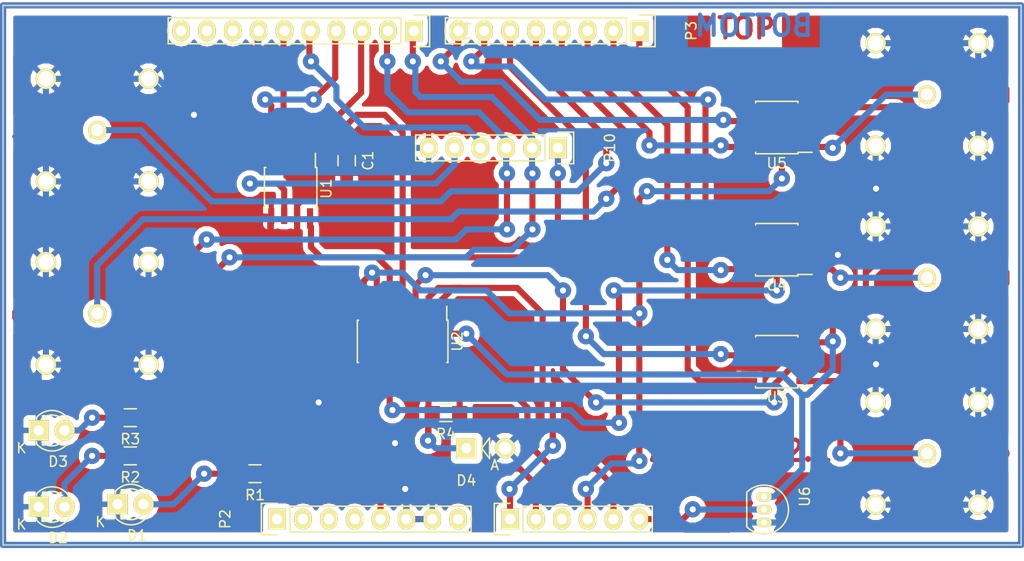
<source format=kicad_pcb>
(kicad_pcb (version 4) (host pcbnew 4.0.2+dfsg1-stable)
  (layers (0 F.Cu signal) (31 B.Cu signal) (34 B.Paste user) (35 F.Paste user) (36 B.SilkS user) (37 F.SilkS user) (38 B.Mask user) (39 F.Mask user) (44 Edge.Cuts user))
  (net 0 "")
  (net 1 GND)
  (net 2 /DAC0)
  (net 3 "Net-(D1-Pad2)")
  (net 4 "Net-(D2-Pad2)")
  (net 5 "Net-(D3-Pad2)")
  (net 6 "Net-(D4-Pad1)")
  (net 7 /BNC0)
  (net 8 /BNC1)
  (net 9 /BNC2)
  (net 10 /AI0)
  (net 11 /D0)
  (net 12 /AI1)
  (net 13 /D1)
  (net 14 /D2)
  (net 15 /D3)
  (net 16 /D4)
  (net 17 /D5)
  (net 18 /D6)
  (net 19 /D7)
  (net 20 /D8)
  (net 21 /D9)
  (net 22 /AD5)
  (net 23 /D10)
  (net 24 /AD0)
  (net 25 /AD1)
  (net 26 /AD4)
  (net 27 +5V)
  (net 28 /D11)
  (net 29 /D12)
  (net 30 /D13)
  (net 31 /DAC1)
  (net 32 "Net-(U1-Pad8)")
  (module LEDs:LED-3MM (layer F.Cu) (at 111.25 149)
    (fp_text reference D1 (at 1.91 3.06) (layer F.SilkS))
    (fp_text value LED)
    (fp_text user K (at -1.69 1.74) (layer F.SilkS))
    (pad 1 thru_hole rect (at 0 0 90) (size 2 2) (drill 1.00076) (layers *.Cu *.Mask F.SilkS) (net 1 GND))
    (pad 2 thru_hole circle (at 2.54 0) (size 2 2) (drill 1.00076) (layers *.Cu *.Mask F.SilkS) (net 3 "Net-(D1-Pad2)"))
  )
  (module LEDs:LED-3MM (layer F.Cu) (at 103.5 149.25)
    (fp_text reference D2 (at 1.91 3.06) (layer F.SilkS))
    (fp_text value LED)
    (fp_text user K (at -1.69 1.74) (layer F.SilkS))
    (pad 1 thru_hole rect (at 0 0 90) (size 2 2) (drill 1.00076) (layers *.Cu *.Mask F.SilkS) (net 1 GND))
    (pad 2 thru_hole circle (at 2.54 0) (size 2 2) (drill 1.00076) (layers *.Cu *.Mask F.SilkS) (net 4 "Net-(D2-Pad2)"))
  )
  (module LEDs:LED-3MM (layer F.Cu) (at 103.5 141.75)
    (fp_text reference D3 (at 1.91 3.06) (layer F.SilkS))
    (fp_text value LED)
    (fp_text user K (at -1.69 1.74) (layer F.SilkS))
    (pad 1 thru_hole rect (at 0 0 90) (size 2 2) (drill 1.00076) (layers *.Cu *.Mask F.SilkS) (net 1 GND))
    (pad 2 thru_hole circle (at 2.54 0) (size 2 2) (drill 1.00076) (layers *.Cu *.Mask F.SilkS) (net 5 "Net-(D3-Pad2)"))
  )
  (module Diodes_ThroughHole:Diode_DO-41_SOD81_Vertical_AnodeUp (layer F.Cu) (at 145.5 143.5)
    (fp_text reference D4 (at 0 3.175) (layer F.SilkS))
    (fp_text value photodiode)
    (fp_text user A (at 2.794 1.651) (layer F.SilkS))
    (pad 2 thru_hole circle (at 3.81 0) (size 1.99898 1.99898) (drill 1.27) (layers *.Cu *.Mask F.SilkS) (net 1 GND))
    (pad 1 thru_hole rect (at 0 0) (size 1.99898 1.99898) (drill 1.00076) (layers *.Cu *.Mask F.SilkS) (net 6 "Net-(D4-Pad1)"))
  )
  (module Pin_Headers:Pin_Header_Straight_1x08 (layer F.Cu) (at 126.92 150.46 90)
    (fp_text reference P2 (at 0 -5.1 90) (layer F.SilkS))
    (fp_text value Power)
    (pad 1 thru_hole rect (at 0 0 90) (size 2.032 1.7272) (drill 1.016) (layers *.Cu *.Mask F.SilkS))
    (pad 2 thru_hole oval (at 0 2.54 90) (size 2.032 1.7272) (drill 1.016) (layers *.Cu *.Mask F.SilkS))
    (pad 3 thru_hole oval (at 0 5.08 90) (size 2.032 1.7272) (drill 1.016) (layers *.Cu *.Mask F.SilkS))
    (pad 4 thru_hole oval (at 0 7.62 90) (size 2.032 1.7272) (drill 1.016) (layers *.Cu *.Mask F.SilkS))
    (pad 5 thru_hole oval (at 0 10.16 90) (size 2.032 1.7272) (drill 1.016) (layers *.Cu *.Mask F.SilkS) (net 27 +5V))
    (pad 6 thru_hole oval (at 0 12.7 90) (size 2.032 1.7272) (drill 1.016) (layers *.Cu *.Mask F.SilkS) (net 1 GND))
    (pad 7 thru_hole oval (at 0 15.24 90) (size 2.032 1.7272) (drill 1.016) (layers *.Cu *.Mask F.SilkS) (net 1 GND))
    (pad 8 thru_hole oval (at 0 17.78 90) (size 2.032 1.7272) (drill 1.016) (layers *.Cu *.Mask F.SilkS))
  )
  (module Pin_Headers:Pin_Header_Straight_1x08 (layer F.Cu) (at 162.5 102.5 270)
    (fp_text reference P3 (at 0 -5.1 270) (layer F.SilkS))
    (fp_text value Digital1)
    (pad 1 thru_hole rect (at 0 0 270) (size 2.032 1.7272) (drill 1.016) (layers *.Cu *.Mask F.SilkS) (net 11 /D0))
    (pad 2 thru_hole oval (at 0 2.54 270) (size 2.032 1.7272) (drill 1.016) (layers *.Cu *.Mask F.SilkS) (net 13 /D1))
    (pad 3 thru_hole oval (at 0 5.08 270) (size 2.032 1.7272) (drill 1.016) (layers *.Cu *.Mask F.SilkS) (net 14 /D2))
    (pad 4 thru_hole oval (at 0 7.62 270) (size 2.032 1.7272) (drill 1.016) (layers *.Cu *.Mask F.SilkS) (net 15 /D3))
    (pad 5 thru_hole oval (at 0 10.16 270) (size 2.032 1.7272) (drill 1.016) (layers *.Cu *.Mask F.SilkS) (net 16 /D4))
    (pad 6 thru_hole oval (at 0 12.7 270) (size 2.032 1.7272) (drill 1.016) (layers *.Cu *.Mask F.SilkS) (net 17 /D5))
    (pad 7 thru_hole oval (at 0 15.24 270) (size 2.032 1.7272) (drill 1.016) (layers *.Cu *.Mask F.SilkS) (net 18 /D6))
    (pad 8 thru_hole oval (at 0 17.78 270) (size 2.032 1.7272) (drill 1.016) (layers *.Cu *.Mask F.SilkS) (net 19 /D7))
  )
  (module Pin_Headers:Pin_Header_Straight_1x10 (layer F.Cu) (at 140.35 102.5 270)
    (fp_text reference P4 (at 0 -5.1 270) (layer F.SilkS))
    (fp_text value Digital2)
    (pad 1 thru_hole rect (at 0 0 270) (size 2.032 1.7272) (drill 1.016) (layers *.Cu *.Mask F.SilkS) (net 20 /D8))
    (pad 2 thru_hole oval (at 0 2.54 270) (size 2.032 1.7272) (drill 1.016) (layers *.Cu *.Mask F.SilkS) (net 21 /D9))
    (pad 3 thru_hole oval (at 0 5.08 270) (size 2.032 1.7272) (drill 1.016) (layers *.Cu *.Mask F.SilkS) (net 23 /D10))
    (pad 4 thru_hole oval (at 0 7.62 270) (size 2.032 1.7272) (drill 1.016) (layers *.Cu *.Mask F.SilkS) (net 28 /D11))
    (pad 5 thru_hole oval (at 0 10.16 270) (size 2.032 1.7272) (drill 1.016) (layers *.Cu *.Mask F.SilkS) (net 29 /D12))
    (pad 6 thru_hole oval (at 0 12.7 270) (size 2.032 1.7272) (drill 1.016) (layers *.Cu *.Mask F.SilkS) (net 30 /D13))
    (pad 7 thru_hole oval (at 0 15.24 270) (size 2.032 1.7272) (drill 1.016) (layers *.Cu *.Mask F.SilkS) (net 1 GND))
    (pad 8 thru_hole oval (at 0 17.78 270) (size 2.032 1.7272) (drill 1.016) (layers *.Cu *.Mask F.SilkS))
    (pad 9 thru_hole oval (at 0 20.32 270) (size 2.032 1.7272) (drill 1.016) (layers *.Cu *.Mask F.SilkS))
    (pad 10 thru_hole oval (at 0 22.86 270) (size 2.032 1.7272) (drill 1.016) (layers *.Cu *.Mask F.SilkS))
  )
  (module Pin_Headers:Pin_Header_Straight_1x06 (layer F.Cu) (at 149.8 150.46 90)
    (fp_text reference P1 (at 0 -5.1 90) (layer F.SilkS))
    (fp_text value AnalogIn)
    (pad 1 thru_hole rect (at 0 0 90) (size 2.032 1.7272) (drill 1.016) (layers *.Cu *.Mask F.SilkS) (net 24 /AD0))
    (pad 2 thru_hole oval (at 0 2.54 90) (size 2.032 1.7272) (drill 1.016) (layers *.Cu *.Mask F.SilkS) (net 25 /AD1))
    (pad 3 thru_hole oval (at 0 5.08 90) (size 2.032 1.7272) (drill 1.016) (layers *.Cu *.Mask F.SilkS))
    (pad 4 thru_hole oval (at 0 7.62 90) (size 2.032 1.7272) (drill 1.016) (layers *.Cu *.Mask F.SilkS) (net 2 /DAC0))
    (pad 5 thru_hole oval (at 0 10.16 90) (size 2.032 1.7272) (drill 1.016) (layers *.Cu *.Mask F.SilkS) (net 26 /AD4))
    (pad 6 thru_hole oval (at 0 12.7 90) (size 2.032 1.7272) (drill 1.016) (layers *.Cu *.Mask F.SilkS) (net 22 /AD5))
  )
  (module Capacitors_SMD:C_0805_HandSoldering (layer F.Cu) (at 133.75 115.25 270)
    (fp_text reference C1 (at 0 -2.1 270) (layer F.SilkS))
    (fp_text value 100n)
    (pad 1 smd rect (at -1.25 0 270) (size 1.5 1.25) (layers F.Cu F.Paste F.Mask) (net 27 +5V))
    (pad 2 smd rect (at 1.25 0 270) (size 1.5 1.25) (layers F.Cu F.Paste F.Mask) (net 1 GND))
  )
  (module Pin_Headers:Pin_Header_Straight_1x06 (layer F.Cu) (at 154.5 114 270)
    (fp_text reference P10 (at 0 -5.1 270) (layer F.SilkS))
    (fp_text value CONN_01X06)
    (pad 1 thru_hole rect (at 0 0 270) (size 2.032 1.7272) (drill 1.016) (layers *.Cu *.Mask F.SilkS) (net 27 +5V))
    (pad 2 thru_hole oval (at 0 2.54 270) (size 2.032 1.7272) (drill 1.016) (layers *.Cu *.Mask F.SilkS) (net 20 /D8))
    (pad 3 thru_hole oval (at 0 5.08 270) (size 2.032 1.7272) (drill 1.016) (layers *.Cu *.Mask F.SilkS) (net 21 /D9))
    (pad 4 thru_hole oval (at 0 7.62 270) (size 2.032 1.7272) (drill 1.016) (layers *.Cu *.Mask F.SilkS) (net 29 /D12))
    (pad 5 thru_hole oval (at 0 10.16 270) (size 2.032 1.7272) (drill 1.016) (layers *.Cu *.Mask F.SilkS) (net 31 /DAC1))
    (pad 6 thru_hole oval (at 0 12.7 270) (size 2.032 1.7272) (drill 1.016) (layers *.Cu *.Mask F.SilkS) (net 1 GND))
  )
  (module Resistors_SMD:R_0805_HandSoldering (layer F.Cu) (at 124.75 146 180)
    (fp_text reference R1 (at 0 -2.1 180) (layer F.SilkS))
    (fp_text value 330)
    (pad 1 smd rect (at -1.35 0 180) (size 1.5 1.3) (layers F.Cu F.Paste F.Mask) (net 27 +5V))
    (pad 2 smd rect (at 1.35 0 180) (size 1.5 1.3) (layers F.Cu F.Paste F.Mask) (net 3 "Net-(D1-Pad2)"))
  )
  (module Resistors_SMD:R_0805_HandSoldering (layer F.Cu) (at 112.5 144.25 180)
    (fp_text reference R2 (at 0 -2.1 180) (layer F.SilkS))
    (fp_text value 330)
    (pad 1 smd rect (at -1.35 0 180) (size 1.5 1.3) (layers F.Cu F.Paste F.Mask) (net 20 /D8))
    (pad 2 smd rect (at 1.35 0 180) (size 1.5 1.3) (layers F.Cu F.Paste F.Mask) (net 4 "Net-(D2-Pad2)"))
  )
  (module Resistors_SMD:R_0805_HandSoldering (layer F.Cu) (at 112.5 140.5 180)
    (fp_text reference R3 (at 0 -2.1 180) (layer F.SilkS))
    (fp_text value 330)
    (pad 1 smd rect (at -1.35 0 180) (size 1.5 1.3) (layers F.Cu F.Paste F.Mask) (net 21 /D9))
    (pad 2 smd rect (at 1.35 0 180) (size 1.5 1.3) (layers F.Cu F.Paste F.Mask) (net 5 "Net-(D3-Pad2)"))
  )
  (module Resistors_SMD:R_0805_HandSoldering (layer F.Cu) (at 143.5 140 180)
    (fp_text reference R4 (at 0 -2.1 180) (layer F.SilkS))
    (fp_text value 47k)
    (pad 1 smd rect (at -1.35 0 180) (size 1.5 1.3) (layers F.Cu F.Paste F.Mask) (net 26 /AD4))
    (pad 2 smd rect (at 1.35 0 180) (size 1.5 1.3) (layers F.Cu F.Paste F.Mask) (net 6 "Net-(D4-Pad1)"))
  )
  (module Housings_SOIC:SOIC-8_3.9x4.9mm_Pitch1.27mm (layer F.Cu) (at 128.25 118 270)
    (fp_text reference U1 (at 0 -3.5 270) (layer F.SilkS))
    (fp_text value MCP4812)
    (pad 1 smd rect (at -2.7 -1.905 270) (size 1.55 0.6) (layers F.Cu F.Paste F.Mask) (net 27 +5V))
    (pad 2 smd rect (at -2.7 -0.635 270) (size 1.55 0.6) (layers F.Cu F.Paste F.Mask) (net 23 /D10))
    (pad 3 smd rect (at -2.7 0.635 270) (size 1.55 0.6) (layers F.Cu F.Paste F.Mask) (net 30 /D13))
    (pad 4 smd rect (at -2.7 1.905 270) (size 1.55 0.6) (layers F.Cu F.Paste F.Mask) (net 28 /D11))
    (pad 5 smd rect (at 2.7 1.905 270) (size 1.55 0.6) (layers F.Cu F.Paste F.Mask) (net 1 GND))
    (pad 6 smd rect (at 2.7 0.635 270) (size 1.55 0.6) (layers F.Cu F.Paste F.Mask) (net 31 /DAC1))
    (pad 7 smd rect (at 2.7 -0.635 270) (size 1.55 0.6) (layers F.Cu F.Paste F.Mask) (net 1 GND))
    (pad 8 smd rect (at 2.7 -1.905 270) (size 1.55 0.6) (layers F.Cu F.Paste F.Mask) (net 32 "Net-(U1-Pad8)"))
  )
  (module Housings_SOIC:SOIC-14_3.9x8.7mm_Pitch1.27mm (layer F.Cu) (at 139.25 133 270)
    (fp_text reference U2 (at 0 -5.375 270) (layer F.SilkS))
    (fp_text value LM324)
    (pad 1 smd rect (at -2.7 -3.81 270) (size 1.5 0.6) (layers F.Cu F.Paste F.Mask) (net 24 /AD0))
    (pad 2 smd rect (at -2.7 -2.54 270) (size 1.5 0.6) (layers F.Cu F.Paste F.Mask) (net 24 /AD0))
    (pad 3 smd rect (at -2.7 -1.27 270) (size 1.5 0.6) (layers F.Cu F.Paste F.Mask) (net 10 /AI0))
    (pad 4 smd rect (at -2.7 0 270) (size 1.5 0.6) (layers F.Cu F.Paste F.Mask) (net 27 +5V))
    (pad 5 smd rect (at -2.7 1.27 270) (size 1.5 0.6) (layers F.Cu F.Paste F.Mask) (net 32 "Net-(U1-Pad8)"))
    (pad 6 smd rect (at -2.7 2.54 270) (size 1.5 0.6) (layers F.Cu F.Paste F.Mask) (net 2 /DAC0))
    (pad 7 smd rect (at -2.7 3.81 270) (size 1.5 0.6) (layers F.Cu F.Paste F.Mask) (net 2 /DAC0))
    (pad 8 smd rect (at 2.7 3.81 270) (size 1.5 0.6) (layers F.Cu F.Paste F.Mask) (net 25 /AD1))
    (pad 9 smd rect (at 2.7 2.54 270) (size 1.5 0.6) (layers F.Cu F.Paste F.Mask) (net 25 /AD1))
    (pad 10 smd rect (at 2.7 1.27 270) (size 1.5 0.6) (layers F.Cu F.Paste F.Mask) (net 12 /AI1))
    (pad 11 smd rect (at 2.7 0 270) (size 1.5 0.6) (layers F.Cu F.Paste F.Mask) (net 1 GND))
    (pad 12 smd rect (at 2.7 -1.27 270) (size 1.5 0.6) (layers F.Cu F.Paste F.Mask) (net 1 GND))
    (pad 13 smd rect (at 2.7 -2.54 270) (size 1.5 0.6) (layers F.Cu F.Paste F.Mask) (net 6 "Net-(D4-Pad1)"))
    (pad 14 smd rect (at 2.7 -3.81 270) (size 1.5 0.6) (layers F.Cu F.Paste F.Mask) (net 26 /AD4))
  )
  (module Housings_SOIC:SOIC-8_3.9x4.9mm_Pitch1.27mm (layer F.Cu) (at 176 135 180)
    (fp_text reference U3 (at 0 -3.5 180) (layer F.SilkS))
    (fp_text value ADG419)
    (pad 1 smd rect (at -2.7 -1.905 180) (size 1.55 0.6) (layers F.Cu F.Paste F.Mask) (net 7 /BNC0))
    (pad 2 smd rect (at -2.7 -0.635 180) (size 1.55 0.6) (layers F.Cu F.Paste F.Mask) (net 10 /AI0))
    (pad 3 smd rect (at -2.7 0.635 180) (size 1.55 0.6) (layers F.Cu F.Paste F.Mask) (net 1 GND))
    (pad 4 smd rect (at -2.7 1.905 180) (size 1.55 0.6) (layers F.Cu F.Paste F.Mask) (net 27 +5V))
    (pad 5 smd rect (at 2.7 1.905 180) (size 1.55 0.6) (layers F.Cu F.Paste F.Mask) (net 27 +5V))
    (pad 6 smd rect (at 2.7 0.635 180) (size 1.55 0.6) (layers F.Cu F.Paste F.Mask) (net 17 /D5))
    (pad 7 smd rect (at 2.7 -0.635 180) (size 1.55 0.6) (layers F.Cu F.Paste F.Mask) (net 1 GND))
    (pad 8 smd rect (at 2.7 -1.905 180) (size 1.55 0.6) (layers F.Cu F.Paste F.Mask) (net 11 /D0))
  )
  (module Housings_SOIC:SOIC-8_3.9x4.9mm_Pitch1.27mm (layer F.Cu) (at 176 124 180)
    (fp_text reference U4 (at 0 -3.5 180) (layer F.SilkS))
    (fp_text value ADG419)
    (pad 1 smd rect (at -2.7 -1.905 180) (size 1.55 0.6) (layers F.Cu F.Paste F.Mask) (net 8 /BNC1))
    (pad 2 smd rect (at -2.7 -0.635 180) (size 1.55 0.6) (layers F.Cu F.Paste F.Mask) (net 12 /AI1))
    (pad 3 smd rect (at -2.7 0.635 180) (size 1.55 0.6) (layers F.Cu F.Paste F.Mask) (net 1 GND))
    (pad 4 smd rect (at -2.7 1.905 180) (size 1.55 0.6) (layers F.Cu F.Paste F.Mask) (net 27 +5V))
    (pad 5 smd rect (at 2.7 1.905 180) (size 1.55 0.6) (layers F.Cu F.Paste F.Mask) (net 27 +5V))
    (pad 6 smd rect (at 2.7 0.635 180) (size 1.55 0.6) (layers F.Cu F.Paste F.Mask) (net 18 /D6))
    (pad 7 smd rect (at 2.7 -0.635 180) (size 1.55 0.6) (layers F.Cu F.Paste F.Mask) (net 1 GND))
    (pad 8 smd rect (at 2.7 -1.905 180) (size 1.55 0.6) (layers F.Cu F.Paste F.Mask) (net 13 /D1))
  )
  (module Housings_SOIC:SOIC-8_3.9x4.9mm_Pitch1.27mm (layer F.Cu) (at 176 112 180)
    (fp_text reference U5 (at 0 -3.5 180) (layer F.SilkS))
    (fp_text value ADG419)
    (pad 1 smd rect (at -2.7 -1.905 180) (size 1.55 0.6) (layers F.Cu F.Paste F.Mask) (net 9 /BNC2))
    (pad 2 smd rect (at -2.7 -0.635 180) (size 1.55 0.6) (layers F.Cu F.Paste F.Mask) (net 2 /DAC0))
    (pad 3 smd rect (at -2.7 0.635 180) (size 1.55 0.6) (layers F.Cu F.Paste F.Mask) (net 1 GND))
    (pad 4 smd rect (at -2.7 1.905 180) (size 1.55 0.6) (layers F.Cu F.Paste F.Mask) (net 27 +5V))
    (pad 5 smd rect (at 2.7 1.905 180) (size 1.55 0.6) (layers F.Cu F.Paste F.Mask) (net 27 +5V))
    (pad 6 smd rect (at 2.7 0.635 180) (size 1.55 0.6) (layers F.Cu F.Paste F.Mask) (net 19 /D7))
    (pad 7 smd rect (at 2.7 -0.635 180) (size 1.55 0.6) (layers F.Cu F.Paste F.Mask) (net 1 GND))
    (pad 8 smd rect (at 2.7 -1.905 180) (size 1.55 0.6) (layers F.Cu F.Paste F.Mask) (net 14 /D2))
  )
  (module TO_SOT_Packages_THT:TO-92_Inline_Narrow_Oval (layer F.Cu) (at 174.75 148.25 270)
    (fp_text reference U6 (at 0 -4 270) (layer F.SilkS))
    (fp_text value MCP9700T-E/TT)
    (pad 2 thru_hole oval (at 1.27 0 90) (size 0.89916 1.50114) (drill 0.6) (layers *.Cu *.Mask F.SilkS) (net 22 /AD5))
    (pad 3 thru_hole oval (at 2.54 0 90) (size 0.89916 1.50114) (drill 0.6) (layers *.Cu *.Mask F.SilkS) (net 1 GND))
    (pad 1 thru_hole oval (at 0 0 90) (size 0.89916 1.50114) (drill 0.6) (layers *.Cu *.Mask F.SilkS) (net 27 +5V))
  )
  (module rzfp:bnc (layer F.Cu) (at 109.25 112.25)
    (fp_text reference P9 (at 0 0.5) (layer F.SilkS))
    (fp_text value BNC)
    (pad 1 thru_hole circle (at 0 0) (size 1.8 1.8) (drill 1.2) (layers *.Cu *.Mask F.SilkS) (net 16 /D4))
    (pad 2 thru_hole circle (at -5.04 -5.04) (size 2 2) (drill 1.5) (layers *.Cu *.Mask F.SilkS) (net 1 GND))
    (pad 2 thru_hole circle (at 5.04 -5.04) (size 2 2) (drill 1.5) (layers *.Cu *.Mask F.SilkS) (net 1 GND))
    (pad 2 thru_hole circle (at -5.04 5.04) (size 2 2) (drill 1.5) (layers *.Cu *.Mask F.SilkS) (net 1 GND))
    (pad 2 thru_hole circle (at 5.04 5.04) (size 2 2) (drill 1.5) (layers *.Cu *.Mask F.SilkS) (net 1 GND))
  )
  (module rzfp:bnc (layer F.Cu) (at 109.25 130.25)
    (fp_text reference P8 (at 0 0.5) (layer F.SilkS))
    (fp_text value BNC)
    (pad 1 thru_hole circle (at 0 0) (size 1.8 1.8) (drill 1.2) (layers *.Cu *.Mask F.SilkS) (net 15 /D3))
    (pad 2 thru_hole circle (at -5.04 -5.04) (size 2 2) (drill 1.5) (layers *.Cu *.Mask F.SilkS) (net 1 GND))
    (pad 2 thru_hole circle (at 5.04 -5.04) (size 2 2) (drill 1.5) (layers *.Cu *.Mask F.SilkS) (net 1 GND))
    (pad 2 thru_hole circle (at -5.04 5.04) (size 2 2) (drill 1.5) (layers *.Cu *.Mask F.SilkS) (net 1 GND))
    (pad 2 thru_hole circle (at 5.04 5.04) (size 2 2) (drill 1.5) (layers *.Cu *.Mask F.SilkS) (net 1 GND))
  )
  (module rzfp:bnc (layer F.Cu) (at 190.75 108.75)
    (fp_text reference P7 (at 0 0.5) (layer F.SilkS))
    (fp_text value BNC)
    (pad 1 thru_hole circle (at 0 0) (size 1.8 1.8) (drill 1.2) (layers *.Cu *.Mask F.SilkS) (net 9 /BNC2))
    (pad 2 thru_hole circle (at -5.04 -5.04) (size 2 2) (drill 1.5) (layers *.Cu *.Mask F.SilkS) (net 1 GND))
    (pad 2 thru_hole circle (at 5.04 -5.04) (size 2 2) (drill 1.5) (layers *.Cu *.Mask F.SilkS) (net 1 GND))
    (pad 2 thru_hole circle (at -5.04 5.04) (size 2 2) (drill 1.5) (layers *.Cu *.Mask F.SilkS) (net 1 GND))
    (pad 2 thru_hole circle (at 5.04 5.04) (size 2 2) (drill 1.5) (layers *.Cu *.Mask F.SilkS) (net 1 GND))
  )
  (module rzfp:bnc (layer F.Cu) (at 190.75 126.75)
    (fp_text reference P6 (at 0 0.5) (layer F.SilkS))
    (fp_text value BNC)
    (pad 1 thru_hole circle (at 0 0) (size 1.8 1.8) (drill 1.2) (layers *.Cu *.Mask F.SilkS) (net 8 /BNC1))
    (pad 2 thru_hole circle (at -5.04 -5.04) (size 2 2) (drill 1.5) (layers *.Cu *.Mask F.SilkS) (net 1 GND))
    (pad 2 thru_hole circle (at 5.04 -5.04) (size 2 2) (drill 1.5) (layers *.Cu *.Mask F.SilkS) (net 1 GND))
    (pad 2 thru_hole circle (at -5.04 5.04) (size 2 2) (drill 1.5) (layers *.Cu *.Mask F.SilkS) (net 1 GND))
    (pad 2 thru_hole circle (at 5.04 5.04) (size 2 2) (drill 1.5) (layers *.Cu *.Mask F.SilkS) (net 1 GND))
  )
  (module rzfp:bnc (layer F.Cu) (at 190.75 144)
    (fp_text reference P5 (at 0 0.5) (layer F.SilkS))
    (fp_text value BNC)
    (pad 1 thru_hole circle (at 0 0) (size 1.8 1.8) (drill 1.2) (layers *.Cu *.Mask F.SilkS) (net 7 /BNC0))
    (pad 2 thru_hole circle (at -5.04 -5.04) (size 2 2) (drill 1.5) (layers *.Cu *.Mask F.SilkS) (net 1 GND))
    (pad 2 thru_hole circle (at 5.04 -5.04) (size 2 2) (drill 1.5) (layers *.Cu *.Mask F.SilkS) (net 1 GND))
    (pad 2 thru_hole circle (at -5.04 5.04) (size 2 2) (drill 1.5) (layers *.Cu *.Mask F.SilkS) (net 1 GND))
    (pad 2 thru_hole circle (at 5.04 5.04) (size 2 2) (drill 1.5) (layers *.Cu *.Mask F.SilkS) (net 1 GND))
  )
  (gr_text 0 (at 197.75 144 90) (layer F.Cu) (effects (font (size 2 2) (thickness 0.4))))
  (gr_text 1 (at 197.75 126.75 90) (layer F.Cu) (effects (font (size 2 2) (thickness 0.4))))
  (gr_text 2 (at 197.75 108.75 90) (layer F.Cu) (effects (font (size 2 2) (thickness 0.4))))
  (gr_text 3 (at 102 130.5 270) (layer F.Cu) (effects (font (size 2 2) (thickness 0.4))))
  (gr_text 4 (at 102 112.5 270) (layer F.Cu) (effects (font (size 2 2) (thickness 0.4))))
  (gr_text "ADDON V2.1" (at 172.5 143.75) (layer F.Cu) (effects (font (size 2 2) (thickness 0.4))))
  (gr_text BOTTOM (at 173.75 102) (layer B.Cu) (effects (font (size 2 2) (thickness 0.4)) (justify mirror)))
  (gr_text TOP (at 173 102.25) (layer F.Cu) (effects (font (size 2 2) (thickness 0.4))))
  (gr_text "RZ 2017\n" (at 108.5 102.75) (layer F.Cu) (effects (font (size 2 2) (thickness 0.4))))
  (gr_line (start 100 100) (end 200 100) (angle 90) (layer Edge.Cuts) (width 0.15))
  (gr_line (start 200 100) (end 200 153) (angle 90) (layer Edge.Cuts) (width 0.15))
  (gr_line (start 100 153) (end 200 153) (angle 90) (layer Edge.Cuts) (width 0.15))
  (gr_line (start 100 100) (end 100 153) (angle 90) (layer Edge.Cuts) (width 0.15))
  (segment (start 200 100) (end 200 153) (width 0.6) (layer B.Cu) (net 0))
  (segment (start 100 100) (end 200 100) (width 0.6) (layer B.Cu) (net 0))
  (segment (start 100 153) (end 100 100) (width 0.6) (layer B.Cu) (net 0))
  (segment (start 200 153) (end 100 153) (width 0.6) (layer B.Cu) (net 0))
  (segment (start 200 100) (end 200 153) (width 0.6) (layer F.Cu) (net 0))
  (segment (start 100 100) (end 200 100) (width 0.6) (layer F.Cu) (net 0))
  (segment (start 100 153) (end 100 100) (width 0.6) (layer F.Cu) (net 0))
  (segment (start 200 153) (end 100 153) (width 0.6) (layer F.Cu) (net 0))
  (segment (start 114.29 117.29) (end 104.21 117.29) (width 0.6) (layer B.Cu) (net 1))
  (segment (start 114.29 135.29) (end 114.29 125.21) (width 0.6) (layer B.Cu) (net 1))
  (segment (start 104.21 135.29) (end 104.21 107.21) (width 0.6) (layer B.Cu) (net 1))
  (segment (start 104.21 107.21) (end 114.29 107.21) (width 0.6) (layer B.Cu) (net 1))
  (segment (start 114.29 107.21) (end 114.33 107.25) (width 0.6) (layer B.Cu) (net 1))
  (segment (start 114.33 107.25) (end 115.25 107.25) (width 0.6) (layer B.Cu) (net 1))
  (segment (start 115.25 107.25) (end 118.75 110.75) (width 0.6) (layer B.Cu) (net 1))
  (segment (start 103.5 149.25) (end 103.5 136) (width 0.6) (layer B.Cu) (net 1))
  (segment (start 103.5 136) (end 104.21 135.29) (width 0.6) (layer B.Cu) (net 1))
  (segment (start 111.25 149) (end 111.25 138.33) (width 0.6) (layer B.Cu) (net 1))
  (segment (start 111.25 138.33) (end 114.29 135.29) (width 0.6) (layer B.Cu) (net 1))
  (segment (start 114.29 135.29) (end 104.21 135.29) (width 0.6) (layer B.Cu) (net 1))
  (segment (start 114.29 135.29) (end 117.5 138.5) (width 0.6) (layer B.Cu) (net 1))
  (segment (start 117.5 138.5) (end 118 139) (width 0.6) (layer B.Cu) (net 1))
  (segment (start 118 139) (end 119 139) (width 0.6) (layer B.Cu) (net 1))
  (segment (start 183.75 124.5) (end 185 124.5) (width 0.6) (layer B.Cu) (net 1))
  (segment (start 180.865 123.365) (end 182 124.5) (width 0.6) (layer F.Cu) (net 1))
  (via (at 182 124.5) (size 1.6) (drill 0.6) (layers F.Cu B.Cu) (net 1))
  (segment (start 182 124.5) (end 183.75 124.5) (width 0.6) (layer B.Cu) (net 1))
  (segment (start 178.7 123.365) (end 180.865 123.365) (width 0.6) (layer F.Cu) (net 1))
  (segment (start 185.71 123.79) (end 185.71 121.71) (width 0.6) (layer B.Cu) (net 1))
  (segment (start 185 124.5) (end 185.71 123.79) (width 0.6) (layer B.Cu) (net 1))
  (segment (start 185.5 111.365) (end 186.865 111.365) (width 0.6) (layer F.Cu) (net 1))
  (via (at 185.75 118) (size 1.6) (drill 0.6) (layers F.Cu B.Cu) (net 1))
  (segment (start 188.5 115.25) (end 185.75 118) (width 0.6) (layer F.Cu) (net 1))
  (segment (start 188.5 113) (end 188.5 115.25) (width 0.6) (layer F.Cu) (net 1))
  (segment (start 186.865 111.365) (end 188.5 113) (width 0.6) (layer F.Cu) (net 1))
  (segment (start 185.75 118) (end 185.71 118) (width 0.6) (layer B.Cu) (net 1))
  (segment (start 185.71 118) (end 185.75 118) (width 0.6) (layer B.Cu) (net 1))
  (segment (start 185.75 118) (end 185.71 118) (width 0.6) (layer B.Cu) (net 1))
  (segment (start 185.71 121.71) (end 195.79 121.71) (width 0.6) (layer B.Cu) (net 1))
  (segment (start 185.71 113.79) (end 185.71 118) (width 0.6) (layer B.Cu) (net 1))
  (segment (start 185.71 118) (end 185.71 121.71) (width 0.6) (layer B.Cu) (net 1))
  (segment (start 182.75 135.25) (end 185.75 135.25) (width 0.6) (layer F.Cu) (net 1))
  (via (at 185.75 135.25) (size 1.6) (drill 0.6) (layers F.Cu B.Cu) (net 1))
  (segment (start 185.75 135.25) (end 185.71 135.25) (width 0.6) (layer B.Cu) (net 1))
  (segment (start 185.71 135.25) (end 185.75 135.25) (width 0.6) (layer B.Cu) (net 1))
  (segment (start 185.75 135.25) (end 185.71 135.25) (width 0.6) (layer B.Cu) (net 1))
  (segment (start 185.71 131.79) (end 185.71 135.25) (width 0.6) (layer B.Cu) (net 1))
  (segment (start 185.71 135.25) (end 185.71 138.96) (width 0.6) (layer B.Cu) (net 1))
  (segment (start 195.79 131.79) (end 185.71 131.79) (width 0.6) (layer B.Cu) (net 1))
  (segment (start 185.71 149.04) (end 195.79 149.04) (width 0.6) (layer B.Cu) (net 1))
  (segment (start 195.79 149.04) (end 195.79 138.96) (width 0.6) (layer B.Cu) (net 1))
  (segment (start 195.79 138.96) (end 195.79 131.79) (width 0.6) (layer B.Cu) (net 1))
  (segment (start 195.79 131.79) (end 195.79 121.71) (width 0.6) (layer B.Cu) (net 1))
  (segment (start 195.79 121.71) (end 195.79 113.79) (width 0.6) (layer B.Cu) (net 1))
  (segment (start 195.79 113.79) (end 195.79 103.71) (width 0.6) (layer B.Cu) (net 1))
  (segment (start 195.79 103.71) (end 185.71 103.71) (width 0.6) (layer B.Cu) (net 1))
  (segment (start 185.71 149.04) (end 183.96 150.79) (width 0.6) (layer B.Cu) (net 1))
  (segment (start 183.96 150.79) (end 174.75 150.79) (width 0.6) (layer B.Cu) (net 1))
  (segment (start 180 134.365) (end 178.7 134.365) (width 0.6) (layer F.Cu) (net 1))
  (segment (start 173.3 124.635) (end 174.615 124.635) (width 0.6) (layer F.Cu) (net 1))
  (segment (start 175.885 123.365) (end 178.7 123.365) (width 0.6) (layer F.Cu) (net 1))
  (segment (start 174.615 124.635) (end 175.885 123.365) (width 0.6) (layer F.Cu) (net 1))
  (segment (start 178.7 111.365) (end 185.5 111.365) (width 0.6) (layer F.Cu) (net 1))
  (segment (start 173.3 112.635) (end 175.115 112.635) (width 0.6) (layer F.Cu) (net 1))
  (segment (start 176.385 111.365) (end 178.7 111.365) (width 0.6) (layer F.Cu) (net 1))
  (segment (start 175.115 112.635) (end 176.385 111.365) (width 0.6) (layer F.Cu) (net 1))
  (segment (start 173.3 135.635) (end 174.865 135.635) (width 0.6) (layer F.Cu) (net 1))
  (segment (start 174.865 135.635) (end 176.135 134.365) (width 0.6) (layer F.Cu) (net 1))
  (segment (start 176.135 134.365) (end 180 134.365) (width 0.6) (layer F.Cu) (net 1))
  (segment (start 180 134.365) (end 180.115 134.365) (width 0.6) (layer F.Cu) (net 1))
  (segment (start 180.115 134.365) (end 181 135.25) (width 0.6) (layer F.Cu) (net 1))
  (segment (start 181 135.25) (end 182.75 135.25) (width 0.6) (layer F.Cu) (net 1))
  (segment (start 182.75 135.25) (end 185.25 135.25) (width 0.6) (layer F.Cu) (net 1))
  (segment (start 165.5 146.25) (end 165.5 150) (width 0.6) (layer B.Cu) (net 1))
  (segment (start 151.5 141.25) (end 155.25 141.25) (width 0.6) (layer B.Cu) (net 1))
  (segment (start 155.25 141.25) (end 156.75 142.75) (width 0.6) (layer B.Cu) (net 1))
  (segment (start 156.75 142.75) (end 163 142.75) (width 0.6) (layer B.Cu) (net 1))
  (segment (start 163 142.75) (end 165.5 145.25) (width 0.6) (layer B.Cu) (net 1))
  (segment (start 165.5 145.25) (end 165.5 146.25) (width 0.6) (layer B.Cu) (net 1))
  (segment (start 149.31 143.44) (end 151.5 141.25) (width 0.6) (layer B.Cu) (net 1))
  (segment (start 171.96 150.79) (end 174.75 150.79) (width 0.6) (layer B.Cu) (net 1))
  (segment (start 171.25 151.5) (end 171.96 150.79) (width 0.6) (layer B.Cu) (net 1))
  (segment (start 167 151.5) (end 171.25 151.5) (width 0.6) (layer B.Cu) (net 1))
  (segment (start 165.5 150) (end 167 151.5) (width 0.6) (layer B.Cu) (net 1))
  (segment (start 149.31 143.5) (end 149.31 143.44) (width 0.6) (layer B.Cu) (net 1))
  (segment (start 139.25 135.7) (end 139.25 137) (width 0.6) (layer F.Cu) (net 1))
  (segment (start 139.25 137) (end 140.52 138.27) (width 0.6) (layer F.Cu) (net 1))
  (segment (start 136.75 144.75) (end 138.5 143) (width 0.6) (layer B.Cu) (net 1))
  (segment (start 140.52 140.98) (end 138.5 143) (width 0.6) (layer F.Cu) (net 1))
  (via (at 138.5 143) (size 1.6) (drill 0.6) (layers F.Cu B.Cu) (net 1))
  (segment (start 140.52 140.98) (end 140.52 138.27) (width 0.6) (layer F.Cu) (net 1))
  (segment (start 140.52 138.27) (end 140.52 135.7) (width 0.6) (layer F.Cu) (net 1))
  (segment (start 125.01 102.5) (end 125.01 104.49) (width 0.6) (layer F.Cu) (net 1))
  (via (at 118.75 110.75) (size 1.6) (drill 0.6) (layers F.Cu B.Cu) (net 1))
  (segment (start 125.01 104.49) (end 118.75 110.75) (width 0.6) (layer F.Cu) (net 1))
  (segment (start 139.5 147.5) (end 145.31 147.5) (width 0.6) (layer B.Cu) (net 1))
  (segment (start 145.31 147.5) (end 149.31 143.5) (width 0.6) (layer B.Cu) (net 1))
  (segment (start 131 139) (end 119.25 139) (width 0.6) (layer B.Cu) (net 1))
  (segment (start 119.25 139) (end 118 139) (width 0.6) (layer B.Cu) (net 1))
  (segment (start 141.8 114) (end 134 114) (width 0.6) (layer B.Cu) (net 1))
  (segment (start 120 112) (end 118.75 110.75) (width 0.6) (layer B.Cu) (net 1))
  (segment (start 132 112) (end 120 112) (width 0.6) (layer B.Cu) (net 1))
  (segment (start 134 114) (end 132 112) (width 0.6) (layer B.Cu) (net 1))
  (segment (start 139.62 150.46) (end 139.62 147.62) (width 0.6) (layer F.Cu) (net 1))
  (segment (start 127.5 135.5) (end 127.5 124) (width 0.6) (layer F.Cu) (net 1))
  (segment (start 131 139) (end 127.5 135.5) (width 0.6) (layer F.Cu) (net 1))
  (via (at 131 139) (size 1.6) (drill 0.6) (layers F.Cu B.Cu) (net 1))
  (segment (start 139.5 147.5) (end 136.75 144.75) (width 0.6) (layer B.Cu) (net 1))
  (segment (start 136.75 144.75) (end 131 139) (width 0.6) (layer B.Cu) (net 1))
  (via (at 139.5 147.5) (size 1.6) (drill 0.6) (layers F.Cu B.Cu) (net 1))
  (segment (start 139.62 147.62) (end 139.5 147.5) (width 0.6) (layer F.Cu) (net 1))
  (segment (start 139.62 150.46) (end 142.16 150.46) (width 0.6) (layer F.Cu) (net 1))
  (segment (start 128.885 120.7) (end 128.885 122.615) (width 0.6) (layer F.Cu) (net 1))
  (segment (start 128.885 122.615) (end 127.5 124) (width 0.6) (layer F.Cu) (net 1))
  (segment (start 126.25 122.75) (end 126.25 120.795) (width 0.6) (layer F.Cu) (net 1))
  (segment (start 127.5 124) (end 126.25 122.75) (width 0.6) (layer F.Cu) (net 1))
  (segment (start 126.25 120.795) (end 126.345 120.7) (width 0.6) (layer F.Cu) (net 1))
  (segment (start 133.75 116.5) (end 133.75 117.5) (width 0.6) (layer F.Cu) (net 1))
  (segment (start 128.885 119.615) (end 128.885 120.7) (width 0.6) (layer F.Cu) (net 1))
  (segment (start 130 118.5) (end 128.885 119.615) (width 0.6) (layer F.Cu) (net 1))
  (segment (start 132.75 118.5) (end 130 118.5) (width 0.6) (layer F.Cu) (net 1))
  (segment (start 133.75 117.5) (end 132.75 118.5) (width 0.6) (layer F.Cu) (net 1))
  (segment (start 136.71 130.3) (end 136.71 126.71) (width 0.6) (layer F.Cu) (net 2))
  (segment (start 136.71 126.71) (end 136.25 126.25) (width 0.6) (layer F.Cu) (net 2))
  (segment (start 147.5 128) (end 141 128) (width 0.6) (layer B.Cu) (net 2))
  (segment (start 147.5 128) (end 149.75 130.25) (width 0.6) (layer B.Cu) (net 2))
  (segment (start 162.5 130.25) (end 149.75 130.25) (width 0.6) (layer B.Cu) (net 2))
  (via (at 162.5 130.25) (size 1.6) (drill 0.6) (layers F.Cu B.Cu) (net 2))
  (segment (start 135.44 127.06) (end 135.44 130.3) (width 0.6) (layer F.Cu) (net 2))
  (segment (start 136.25 126.25) (end 135.44 127.06) (width 0.6) (layer F.Cu) (net 2))
  (via (at 136.25 126.25) (size 1.6) (drill 0.6) (layers F.Cu B.Cu) (net 2))
  (segment (start 139.25 126.25) (end 136.25 126.25) (width 0.6) (layer B.Cu) (net 2))
  (segment (start 141 128) (end 139.25 126.25) (width 0.6) (layer B.Cu) (net 2))
  (segment (start 157.42 150.46) (end 157.42 147.67) (width 0.6) (layer F.Cu) (net 2))
  (segment (start 157.25 147.5) (end 159.75 145) (width 0.6) (layer B.Cu) (net 2))
  (via (at 157.25 147.5) (size 1.6) (drill 0.6) (layers F.Cu B.Cu) (net 2))
  (segment (start 157.42 147.67) (end 157.25 147.5) (width 0.6) (layer F.Cu) (net 2))
  (segment (start 159.75 145) (end 160.25 145) (width 0.6) (layer B.Cu) (net 2))
  (segment (start 162.5 144.75) (end 162.5 143) (width 0.6) (layer F.Cu) (net 2))
  (via (at 162.5 144.75) (size 1.6) (drill 0.6) (layers F.Cu B.Cu) (net 2))
  (segment (start 162.25 145) (end 162.5 144.75) (width 0.6) (layer B.Cu) (net 2))
  (segment (start 159.75 145) (end 160.5 145) (width 0.6) (layer B.Cu) (net 2))
  (segment (start 160.5 145) (end 162.25 145) (width 0.6) (layer B.Cu) (net 2))
  (segment (start 162.5 130.25) (end 162.5 143) (width 0.6) (layer F.Cu) (net 2))
  (segment (start 162.5 143) (end 162.5 143.75) (width 0.6) (layer F.Cu) (net 2))
  (segment (start 162.5 130.25) (end 162.5 119) (width 0.6) (layer F.Cu) (net 2))
  (segment (start 177.615 112.635) (end 178.7 112.635) (width 0.6) (layer F.Cu) (net 2))
  (segment (start 176.5 113.75) (end 177.615 112.635) (width 0.6) (layer F.Cu) (net 2))
  (segment (start 176.5 117) (end 176.5 113.75) (width 0.6) (layer F.Cu) (net 2))
  (via (at 176.5 117) (size 1.6) (drill 0.6) (layers F.Cu B.Cu) (net 2))
  (segment (start 175.25 118.25) (end 176.5 117) (width 0.6) (layer B.Cu) (net 2))
  (segment (start 163.25 118.25) (end 175.25 118.25) (width 0.6) (layer B.Cu) (net 2))
  (via (at 163.25 118.25) (size 1.6) (drill 0.6) (layers F.Cu B.Cu) (net 2))
  (segment (start 162.5 119) (end 163.25 118.25) (width 0.6) (layer F.Cu) (net 2))
  (segment (start 123.4 146) (end 119.75 146) (width 0.6) (layer F.Cu) (net 3))
  (segment (start 116.75 149) (end 113.79 149) (width 0.6) (layer B.Cu) (net 3))
  (segment (start 119.75 146) (end 116.75 149) (width 0.6) (layer B.Cu) (net 3))
  (via (at 119.75 146) (size 1.6) (drill 0.6) (layers F.Cu B.Cu) (net 3))
  (segment (start 111.15 144.25) (end 108.75 144.25) (width 0.6) (layer F.Cu) (net 4))
  (segment (start 106.04 146.96) (end 106.04 149.25) (width 0.6) (layer B.Cu) (net 4))
  (segment (start 108.75 144.25) (end 106.04 146.96) (width 0.6) (layer B.Cu) (net 4))
  (via (at 108.75 144.25) (size 1.6) (drill 0.6) (layers F.Cu B.Cu) (net 4))
  (segment (start 111.15 140.5) (end 108.75 140.5) (width 0.6) (layer F.Cu) (net 5))
  (segment (start 107.5 141.75) (end 106.04 141.75) (width 0.6) (layer B.Cu) (net 5))
  (segment (start 108.75 140.5) (end 107.5 141.75) (width 0.6) (layer B.Cu) (net 5))
  (via (at 108.75 140.5) (size 1.6) (drill 0.6) (layers F.Cu B.Cu) (net 5))
  (segment (start 141.75 142.75) (end 141.75 140.4) (width 0.6) (layer F.Cu) (net 6))
  (segment (start 141.75 140.4) (end 142.15 140) (width 0.6) (layer F.Cu) (net 6))
  (segment (start 145.5 143.5) (end 142.5 143.5) (width 0.6) (layer B.Cu) (net 6))
  (segment (start 141.79 142.71) (end 141.79 135.7) (width 0.6) (layer F.Cu) (net 6))
  (segment (start 141.75 142.75) (end 141.79 142.71) (width 0.6) (layer F.Cu) (net 6))
  (via (at 141.75 142.75) (size 1.6) (drill 0.6) (layers F.Cu B.Cu) (net 6))
  (segment (start 142.5 143.5) (end 141.75 142.75) (width 0.6) (layer B.Cu) (net 6))
  (segment (start 181.655 136.905) (end 178.7 136.905) (width 0.6) (layer F.Cu) (net 7))
  (segment (start 182.25 137.5) (end 181.655 136.905) (width 0.6) (layer F.Cu) (net 7))
  (segment (start 182.25 144) (end 182.25 137.5) (width 0.6) (layer F.Cu) (net 7))
  (via (at 182.25 144) (size 1.6) (drill 0.6) (layers F.Cu B.Cu) (net 7))
  (segment (start 190.75 144) (end 182.25 144) (width 0.6) (layer B.Cu) (net 7))
  (segment (start 190.75 126.75) (end 182.25 126.75) (width 0.6) (layer B.Cu) (net 8))
  (segment (start 181.405 125.905) (end 178.7 125.905) (width 0.6) (layer F.Cu) (net 8))
  (segment (start 182.25 126.75) (end 181.405 125.905) (width 0.6) (layer F.Cu) (net 8))
  (via (at 182.25 126.75) (size 1.6) (drill 0.6) (layers F.Cu B.Cu) (net 8))
  (segment (start 186.75 108.75) (end 190.75 108.75) (width 0.6) (layer B.Cu) (net 9))
  (segment (start 181.5 114) (end 186.75 108.75) (width 0.6) (layer B.Cu) (net 9))
  (via (at 181.5 114) (size 1.6) (drill 0.6) (layers F.Cu B.Cu) (net 9))
  (segment (start 180.75 113.905) (end 181.405 113.905) (width 0.6) (layer F.Cu) (net 9))
  (segment (start 181.405 113.905) (end 181.5 114) (width 0.6) (layer F.Cu) (net 9))
  (segment (start 180.845 113.905) (end 180.75 113.905) (width 0.6) (layer F.Cu) (net 9))
  (segment (start 180.75 113.905) (end 178.7 113.905) (width 0.6) (layer F.Cu) (net 9))
  (segment (start 178.7 135.635) (end 177.365 135.635) (width 0.6) (layer F.Cu) (net 10))
  (segment (start 140.52 127.48) (end 140.52 130.3) (width 0.6) (layer F.Cu) (net 10))
  (segment (start 141.5 126.5) (end 140.52 127.48) (width 0.6) (layer F.Cu) (net 10))
  (via (at 141.5 126.5) (size 1.6) (drill 0.6) (layers F.Cu B.Cu) (net 10))
  (segment (start 153.5 126.5) (end 141.5 126.5) (width 0.6) (layer B.Cu) (net 10))
  (segment (start 155 128) (end 153.5 126.5) (width 0.6) (layer B.Cu) (net 10))
  (via (at 155 128) (size 1.6) (drill 0.6) (layers F.Cu B.Cu) (net 10))
  (segment (start 155 135.75) (end 155 128) (width 0.6) (layer F.Cu) (net 10))
  (segment (start 158.25 139) (end 155 135.75) (width 0.6) (layer F.Cu) (net 10))
  (via (at 158.25 139) (size 1.6) (drill 0.6) (layers F.Cu B.Cu) (net 10))
  (segment (start 175.75 139) (end 158.25 139) (width 0.6) (layer B.Cu) (net 10))
  (via (at 175.75 139) (size 1.6) (drill 0.6) (layers F.Cu B.Cu) (net 10))
  (segment (start 175.75 137.25) (end 175.75 139) (width 0.6) (layer F.Cu) (net 10))
  (segment (start 177.365 135.635) (end 175.75 137.25) (width 0.6) (layer F.Cu) (net 10))
  (segment (start 167.25 123.5) (end 167.25 135.75) (width 0.6) (layer F.Cu) (net 11))
  (segment (start 162.5 105.25) (end 167.25 110) (width 0.6) (layer F.Cu) (net 11))
  (segment (start 167.25 110) (end 167.25 123.5) (width 0.6) (layer F.Cu) (net 11))
  (segment (start 162.5 102.5) (end 162.5 105.25) (width 0.6) (layer F.Cu) (net 11))
  (segment (start 168.405 136.905) (end 173.3 136.905) (width 0.6) (layer F.Cu) (net 11))
  (segment (start 167.25 135.75) (end 168.405 136.905) (width 0.6) (layer F.Cu) (net 11))
  (segment (start 138.25 139.75) (end 155.75 139.75) (width 0.6) (layer B.Cu) (net 12))
  (segment (start 155.75 139.75) (end 157 141) (width 0.6) (layer B.Cu) (net 12))
  (segment (start 178.7 124.635) (end 177.115 124.635) (width 0.6) (layer F.Cu) (net 12))
  (segment (start 160.5 141) (end 157 141) (width 0.6) (layer B.Cu) (net 12))
  (via (at 160.5 141) (size 1.6) (drill 0.6) (layers F.Cu B.Cu) (net 12))
  (segment (start 160.5 128.5) (end 160.5 141) (width 0.6) (layer F.Cu) (net 12))
  (segment (start 160 128) (end 160.5 128.5) (width 0.6) (layer F.Cu) (net 12))
  (via (at 160 128) (size 1.6) (drill 0.6) (layers F.Cu B.Cu) (net 12))
  (segment (start 164.25 128) (end 160 128) (width 0.6) (layer B.Cu) (net 12))
  (segment (start 176 128) (end 164.25 128) (width 0.6) (layer B.Cu) (net 12))
  (via (at 176 128) (size 1.6) (drill 0.6) (layers F.Cu B.Cu) (net 12))
  (segment (start 176 125.75) (end 176 128) (width 0.6) (layer F.Cu) (net 12))
  (segment (start 177.115 124.635) (end 176 125.75) (width 0.6) (layer F.Cu) (net 12))
  (segment (start 137.98 139.48) (end 137.98 135.7) (width 0.6) (layer F.Cu) (net 12))
  (segment (start 138.25 139.75) (end 137.98 139.48) (width 0.6) (layer F.Cu) (net 12))
  (via (at 138.25 139.75) (size 1.6) (drill 0.6) (layers F.Cu B.Cu) (net 12))
  (via (at 165.25 125) (size 1.6) (drill 0.6) (layers F.Cu B.Cu) (net 13))
  (segment (start 159.96 106.46) (end 165.25 111.75) (width 0.6) (layer F.Cu) (net 13))
  (segment (start 165.25 111.75) (end 165.25 125) (width 0.6) (layer F.Cu) (net 13))
  (segment (start 159.96 102.5) (end 159.96 106.46) (width 0.6) (layer F.Cu) (net 13))
  (segment (start 170.595 125.905) (end 173.3 125.905) (width 0.6) (layer F.Cu) (net 13))
  (segment (start 170.5 126) (end 170.595 125.905) (width 0.6) (layer F.Cu) (net 13))
  (via (at 170.5 126) (size 1.6) (drill 0.6) (layers F.Cu B.Cu) (net 13))
  (segment (start 166.25 126) (end 170.5 126) (width 0.6) (layer B.Cu) (net 13))
  (segment (start 165.25 125) (end 166.25 126) (width 0.6) (layer B.Cu) (net 13))
  (segment (start 168 113.75) (end 170.5 113.75) (width 0.6) (layer B.Cu) (net 14))
  (segment (start 157.42 106.42) (end 163.5 112.5) (width 0.6) (layer F.Cu) (net 14))
  (segment (start 163.5 112.5) (end 163.5 113.75) (width 0.6) (layer F.Cu) (net 14))
  (via (at 163.5 113.75) (size 1.6) (drill 0.6) (layers F.Cu B.Cu) (net 14))
  (segment (start 163.5 113.75) (end 168 113.75) (width 0.6) (layer B.Cu) (net 14))
  (segment (start 157.42 102.5) (end 157.42 106.42) (width 0.6) (layer F.Cu) (net 14))
  (segment (start 170.655 113.905) (end 173.3 113.905) (width 0.6) (layer F.Cu) (net 14))
  (segment (start 170.5 113.75) (end 170.655 113.905) (width 0.6) (layer F.Cu) (net 14))
  (via (at 170.5 113.75) (size 1.6) (drill 0.6) (layers F.Cu B.Cu) (net 14))
  (segment (start 154.88 102.5) (end 154.88 106.13) (width 0.6) (layer F.Cu) (net 15))
  (segment (start 109.25 125.5) (end 109.25 130.25) (width 0.6) (layer B.Cu) (net 15))
  (segment (start 113.75 121) (end 109.25 125.5) (width 0.6) (layer B.Cu) (net 15))
  (segment (start 144 121) (end 113.75 121) (width 0.6) (layer B.Cu) (net 15))
  (segment (start 144.75 120.25) (end 144 121) (width 0.6) (layer B.Cu) (net 15))
  (segment (start 158 120.25) (end 144.75 120.25) (width 0.6) (layer B.Cu) (net 15))
  (segment (start 159.25 119) (end 158 120.25) (width 0.6) (layer B.Cu) (net 15))
  (via (at 159.25 119) (size 1.6) (drill 0.6) (layers F.Cu B.Cu) (net 15))
  (segment (start 161.5 116.75) (end 159.25 119) (width 0.6) (layer F.Cu) (net 15))
  (segment (start 161.5 112.75) (end 161.5 116.75) (width 0.6) (layer F.Cu) (net 15))
  (segment (start 154.88 106.13) (end 161.5 112.75) (width 0.6) (layer F.Cu) (net 15))
  (segment (start 156.5 110.25) (end 152.34 106.09) (width 0.6) (layer F.Cu) (net 16))
  (segment (start 152.25 105.5) (end 152.34 105.5) (width 0.6) (layer F.Cu) (net 16))
  (segment (start 152.34 105.59) (end 152.25 105.5) (width 0.6) (layer F.Cu) (net 16))
  (segment (start 152.34 106.09) (end 152.34 105.59) (width 0.6) (layer F.Cu) (net 16))
  (segment (start 152.34 102.5) (end 152.34 105.5) (width 0.6) (layer F.Cu) (net 16))
  (segment (start 156.5 110.25) (end 159.25 113) (width 0.6) (layer F.Cu) (net 16))
  (segment (start 113.5 112.25) (end 109.25 112.25) (width 0.6) (layer B.Cu) (net 16))
  (segment (start 120.5 119.25) (end 113.5 112.25) (width 0.6) (layer B.Cu) (net 16))
  (segment (start 143 119.25) (end 120.5 119.25) (width 0.6) (layer B.Cu) (net 16))
  (segment (start 144 118.25) (end 143 119.25) (width 0.6) (layer B.Cu) (net 16))
  (segment (start 156.5 118.25) (end 144 118.25) (width 0.6) (layer B.Cu) (net 16))
  (segment (start 159.25 115.5) (end 156.5 118.25) (width 0.6) (layer B.Cu) (net 16))
  (via (at 159.25 115.5) (size 1.6) (drill 0.6) (layers F.Cu B.Cu) (net 16))
  (segment (start 159.25 113) (end 159.25 115.5) (width 0.6) (layer F.Cu) (net 16))
  (segment (start 149.8 102.5) (end 149.8 106.05) (width 0.6) (layer F.Cu) (net 17))
  (segment (start 149.8 106.05) (end 157.25 113.5) (width 0.6) (layer F.Cu) (net 17))
  (segment (start 167.5 134.25) (end 170.5 134.25) (width 0.6) (layer B.Cu) (net 17))
  (segment (start 157.25 113.5) (end 157.25 132.5) (width 0.6) (layer F.Cu) (net 17))
  (via (at 157.25 132.5) (size 1.6) (drill 0.6) (layers F.Cu B.Cu) (net 17))
  (segment (start 157.25 132.5) (end 159 134.25) (width 0.6) (layer B.Cu) (net 17))
  (segment (start 159 134.25) (end 167.5 134.25) (width 0.6) (layer B.Cu) (net 17))
  (segment (start 170.615 134.365) (end 173.3 134.365) (width 0.6) (layer F.Cu) (net 17))
  (segment (start 170.5 134.25) (end 170.615 134.365) (width 0.6) (layer F.Cu) (net 17))
  (via (at 170.5 134.25) (size 1.6) (drill 0.6) (layers F.Cu B.Cu) (net 17))
  (segment (start 147.26 102.5) (end 147.26 104.24) (width 0.6) (layer F.Cu) (net 18))
  (segment (start 169.865 123.365) (end 171.3 123.365) (width 0.6) (layer F.Cu) (net 18))
  (segment (start 171.3 123.365) (end 173.3 123.365) (width 0.6) (layer F.Cu) (net 18))
  (via (at 169.25 109.25) (size 1.6) (drill 0.6) (layers F.Cu B.Cu) (net 18))
  (segment (start 169.25 109.25) (end 169 109.5) (width 0.6) (layer F.Cu) (net 18))
  (segment (start 169 109.5) (end 169 122.5) (width 0.6) (layer F.Cu) (net 18))
  (segment (start 169 122.5) (end 169.865 123.365) (width 0.6) (layer F.Cu) (net 18))
  (segment (start 146.5 106) (end 149.75 106) (width 0.6) (layer B.Cu) (net 18))
  (segment (start 162.25 109.25) (end 165.75 109.25) (width 0.6) (layer B.Cu) (net 18))
  (segment (start 150 106) (end 153.25 109.25) (width 0.6) (layer B.Cu) (net 18))
  (segment (start 153.25 109.25) (end 162.25 109.25) (width 0.6) (layer B.Cu) (net 18))
  (segment (start 149.75 106) (end 150 106) (width 0.6) (layer B.Cu) (net 18))
  (segment (start 165.75 109.25) (end 169.25 109.25) (width 0.6) (layer B.Cu) (net 18))
  (segment (start 146 105.5) (end 146.5 106) (width 0.6) (layer B.Cu) (net 18))
  (via (at 146 105.5) (size 1.6) (drill 0.6) (layers F.Cu B.Cu) (net 18))
  (segment (start 147.26 104.24) (end 146 105.5) (width 0.6) (layer F.Cu) (net 18))
  (segment (start 147.26 102.5) (end 147.26 103.24) (width 0.6) (layer F.Cu) (net 18))
  (segment (start 144.72 102.5) (end 144.72 103.78) (width 0.6) (layer F.Cu) (net 19))
  (segment (start 143 105.5) (end 145 107.5) (width 0.6) (layer B.Cu) (net 19))
  (via (at 143 105.5) (size 1.6) (drill 0.6) (layers F.Cu B.Cu) (net 19))
  (segment (start 144.72 103.78) (end 143 105.5) (width 0.6) (layer F.Cu) (net 19))
  (segment (start 168 111.25) (end 170.75 111.25) (width 0.6) (layer B.Cu) (net 19))
  (segment (start 145 107.5) (end 145.25 107.5) (width 0.6) (layer B.Cu) (net 19))
  (segment (start 145.25 107.5) (end 149 107.5) (width 0.6) (layer B.Cu) (net 19))
  (segment (start 149 107.5) (end 152.75 111.25) (width 0.6) (layer B.Cu) (net 19))
  (segment (start 152.75 111.25) (end 168 111.25) (width 0.6) (layer B.Cu) (net 19))
  (segment (start 170.865 111.365) (end 173.3 111.365) (width 0.6) (layer F.Cu) (net 19))
  (segment (start 170.75 111.25) (end 170.865 111.365) (width 0.6) (layer F.Cu) (net 19))
  (via (at 170.75 111.25) (size 1.6) (drill 0.6) (layers F.Cu B.Cu) (net 19))
  (segment (start 144.72 102.5) (end 144.72 103.03) (width 0.6) (layer F.Cu) (net 19))
  (segment (start 151.96 114) (end 151.96 116.46) (width 0.6) (layer B.Cu) (net 20))
  (segment (start 117 144.25) (end 113.85 144.25) (width 0.6) (layer F.Cu) (net 20))
  (segment (start 120.25 141) (end 117 144.25) (width 0.6) (layer F.Cu) (net 20))
  (segment (start 120.25 126.75) (end 120.25 141) (width 0.6) (layer F.Cu) (net 20))
  (segment (start 122.25 124.75) (end 120.25 126.75) (width 0.6) (layer F.Cu) (net 20))
  (via (at 122.25 124.75) (size 1.6) (drill 0.6) (layers F.Cu B.Cu) (net 20))
  (segment (start 145.5 124.75) (end 122.25 124.75) (width 0.6) (layer B.Cu) (net 20))
  (segment (start 146.25 124) (end 145.5 124.75) (width 0.6) (layer B.Cu) (net 20))
  (segment (start 150 124) (end 146.25 124) (width 0.6) (layer B.Cu) (net 20))
  (segment (start 152 122) (end 150 124) (width 0.6) (layer B.Cu) (net 20))
  (via (at 152 122) (size 1.6) (drill 0.6) (layers F.Cu B.Cu) (net 20))
  (segment (start 152 116.5) (end 152 122) (width 0.6) (layer F.Cu) (net 20))
  (via (at 152 116.5) (size 1.6) (drill 0.6) (layers F.Cu B.Cu) (net 20))
  (segment (start 151.96 116.46) (end 152 116.5) (width 0.6) (layer B.Cu) (net 20))
  (segment (start 148 109) (end 141 109) (width 0.6) (layer B.Cu) (net 20))
  (segment (start 140.5 108.5) (end 140.5 106.75) (width 0.6) (layer B.Cu) (net 20))
  (segment (start 141 109) (end 140.5 108.5) (width 0.6) (layer B.Cu) (net 20))
  (segment (start 140.25 102.5) (end 140.25 105.5) (width 0.6) (layer F.Cu) (net 20))
  (segment (start 140.5 105.75) (end 140.5 106.75) (width 0.6) (layer B.Cu) (net 20))
  (segment (start 140.25 105.5) (end 140.5 105.75) (width 0.6) (layer B.Cu) (net 20))
  (via (at 140.25 105.5) (size 1.6) (drill 0.6) (layers F.Cu B.Cu) (net 20))
  (segment (start 151.96 112.96) (end 148 109) (width 0.6) (layer B.Cu) (net 20))
  (segment (start 151.96 112.96) (end 151.96 114) (width 0.6) (layer B.Cu) (net 20))
  (segment (start 149.42 114) (end 149.42 116.42) (width 0.6) (layer B.Cu) (net 21))
  (segment (start 116.25 140.5) (end 113.85 140.5) (width 0.6) (layer F.Cu) (net 21))
  (segment (start 118.25 138.5) (end 116.25 140.5) (width 0.6) (layer F.Cu) (net 21))
  (segment (start 118.25 124.75) (end 118.25 138.5) (width 0.6) (layer F.Cu) (net 21))
  (segment (start 120 123) (end 118.25 124.75) (width 0.6) (layer F.Cu) (net 21))
  (via (at 120 123) (size 1.6) (drill 0.6) (layers F.Cu B.Cu) (net 21))
  (segment (start 144.5 123) (end 120 123) (width 0.6) (layer B.Cu) (net 21))
  (segment (start 145.5 122) (end 144.5 123) (width 0.6) (layer B.Cu) (net 21))
  (segment (start 149.5 122) (end 145.5 122) (width 0.6) (layer B.Cu) (net 21))
  (via (at 149.5 122) (size 1.6) (drill 0.6) (layers F.Cu B.Cu) (net 21))
  (segment (start 149.5 116.5) (end 149.5 122) (width 0.6) (layer F.Cu) (net 21))
  (via (at 149.5 116.5) (size 1.6) (drill 0.6) (layers F.Cu B.Cu) (net 21))
  (segment (start 149.42 116.42) (end 149.5 116.5) (width 0.6) (layer B.Cu) (net 21))
  (segment (start 149.42 114) (end 149.42 113.17) (width 0.6) (layer B.Cu) (net 21))
  (segment (start 149.42 113.17) (end 146.75 110.5) (width 0.6) (layer B.Cu) (net 21))
  (segment (start 137.75 108.5) (end 137.75 105.5) (width 0.6) (layer B.Cu) (net 21))
  (segment (start 139.75 110.5) (end 137.75 108.5) (width 0.6) (layer B.Cu) (net 21))
  (segment (start 146.75 110.5) (end 139.75 110.5) (width 0.6) (layer B.Cu) (net 21))
  (segment (start 137.71 102.5) (end 137.71 105.46) (width 0.6) (layer F.Cu) (net 21))
  (via (at 137.75 105.5) (size 1.6) (drill 0.6) (layers F.Cu B.Cu) (net 21))
  (segment (start 137.71 105.46) (end 137.75 105.5) (width 0.6) (layer F.Cu) (net 21))
  (segment (start 162.5 150.46) (end 166.79 150.46) (width 0.6) (layer F.Cu) (net 22))
  (segment (start 167.73 149.52) (end 174.75 149.52) (width 0.6) (layer B.Cu) (net 22))
  (segment (start 167.75 149.52) (end 167.73 149.52) (width 0.6) (layer B.Cu) (net 22))
  (segment (start 167.75 149.5) (end 167.75 149.52) (width 0.6) (layer B.Cu) (net 22))
  (via (at 167.75 149.5) (size 1.6) (drill 0.6) (layers F.Cu B.Cu) (net 22))
  (segment (start 166.79 150.46) (end 167.75 149.5) (width 0.6) (layer F.Cu) (net 22))
  (segment (start 135.17 102.5) (end 135.17 108.58) (width 0.6) (layer F.Cu) (net 23))
  (segment (start 128.885 112.615) (end 128.885 115.3) (width 0.6) (layer F.Cu) (net 23))
  (segment (start 130.25 111.25) (end 128.885 112.615) (width 0.6) (layer F.Cu) (net 23))
  (segment (start 132.5 111.25) (end 130.25 111.25) (width 0.6) (layer F.Cu) (net 23))
  (segment (start 135.17 108.58) (end 132.5 111.25) (width 0.6) (layer F.Cu) (net 23))
  (segment (start 141.79 130.3) (end 141.79 128.71) (width 0.6) (layer F.Cu) (net 24))
  (segment (start 142.75 127.75) (end 145 127.75) (width 0.6) (layer F.Cu) (net 24))
  (segment (start 141.79 128.71) (end 142.75 127.75) (width 0.6) (layer F.Cu) (net 24))
  (segment (start 149.8 150.46) (end 149.8 147.55) (width 0.6) (layer F.Cu) (net 24))
  (segment (start 154 143.25) (end 154 143) (width 0.6) (layer F.Cu) (net 24))
  (via (at 154 143.25) (size 1.6) (drill 0.6) (layers F.Cu B.Cu) (net 24))
  (segment (start 149.75 147.5) (end 154 143.25) (width 0.6) (layer B.Cu) (net 24))
  (via (at 149.75 147.5) (size 1.6) (drill 0.6) (layers F.Cu B.Cu) (net 24))
  (segment (start 149.8 147.55) (end 149.75 147.5) (width 0.6) (layer F.Cu) (net 24))
  (segment (start 154 143) (end 154 142.25) (width 0.6) (layer F.Cu) (net 24))
  (segment (start 143.06 128.94) (end 143.06 130.3) (width 0.6) (layer F.Cu) (net 24))
  (segment (start 145 127.75) (end 144.25 127.75) (width 0.6) (layer F.Cu) (net 24))
  (segment (start 144.25 127.75) (end 143.06 128.94) (width 0.6) (layer F.Cu) (net 24))
  (segment (start 150.5 127.75) (end 145 127.75) (width 0.6) (layer F.Cu) (net 24))
  (segment (start 154 142.25) (end 154 138.25) (width 0.6) (layer F.Cu) (net 24))
  (segment (start 154 138.25) (end 153 137.25) (width 0.6) (layer F.Cu) (net 24))
  (segment (start 153 137.25) (end 153 130.25) (width 0.6) (layer F.Cu) (net 24))
  (segment (start 153 130.25) (end 150.5 127.75) (width 0.6) (layer F.Cu) (net 24))
  (segment (start 154 143) (end 154 142.25) (width 0.6) (layer F.Cu) (net 24))
  (segment (start 152.34 150.46) (end 152.34 147.09) (width 0.6) (layer F.Cu) (net 25))
  (segment (start 137.75 145.5) (end 137 144.75) (width 0.6) (layer F.Cu) (net 25))
  (segment (start 150.75 145.5) (end 137.75 145.5) (width 0.6) (layer F.Cu) (net 25))
  (segment (start 152.34 147.09) (end 150.75 145.5) (width 0.6) (layer F.Cu) (net 25))
  (segment (start 136.71 135.7) (end 136.71 138.29) (width 0.6) (layer F.Cu) (net 25))
  (segment (start 136.71 138.29) (end 135.44 139.56) (width 0.6) (layer F.Cu) (net 25))
  (segment (start 135.44 143.19) (end 135.44 139.56) (width 0.6) (layer F.Cu) (net 25))
  (segment (start 135.44 139.56) (end 135.44 135.7) (width 0.6) (layer F.Cu) (net 25))
  (segment (start 137 144.75) (end 135.44 143.19) (width 0.6) (layer F.Cu) (net 25))
  (segment (start 158.25 145.5) (end 159.96 147.21) (width 0.6) (layer F.Cu) (net 26))
  (segment (start 158.25 145.5) (end 154 145.5) (width 0.6) (layer F.Cu) (net 26))
  (segment (start 154 145.5) (end 151.5 143) (width 0.6) (layer F.Cu) (net 26))
  (segment (start 151.5 143) (end 151.5 139.5) (width 0.6) (layer F.Cu) (net 26))
  (segment (start 151.5 139.5) (end 150.35 138.35) (width 0.6) (layer F.Cu) (net 26))
  (segment (start 144.85 138.35) (end 150.35 138.35) (width 0.6) (layer F.Cu) (net 26))
  (segment (start 159.96 147.21) (end 159.96 150.46) (width 0.6) (layer F.Cu) (net 26))
  (segment (start 143.06 135.7) (end 143.06 136.56) (width 0.6) (layer F.Cu) (net 26))
  (segment (start 144.85 138.35) (end 144.85 140) (width 0.6) (layer F.Cu) (net 26))
  (segment (start 143.06 136.56) (end 144.85 138.35) (width 0.6) (layer F.Cu) (net 26))
  (segment (start 186 110) (end 187.75 110) (width 0.6) (layer F.Cu) (net 27))
  (segment (start 190 121) (end 184.75 126.25) (width 0.6) (layer F.Cu) (net 27))
  (segment (start 190 112.25) (end 190 121) (width 0.6) (layer F.Cu) (net 27))
  (segment (start 187.75 110) (end 190 112.25) (width 0.6) (layer F.Cu) (net 27))
  (segment (start 154.5 114) (end 154.5 116.5) (width 0.6) (layer B.Cu) (net 27))
  (segment (start 154.5 116.5) (end 154.5 116.75) (width 0.6) (layer F.Cu) (net 27))
  (via (at 154.5 116.5) (size 1.6) (drill 0.6) (layers F.Cu B.Cu) (net 27))
  (segment (start 154.5 116.75) (end 154.5 118.25) (width 0.6) (layer F.Cu) (net 27))
  (segment (start 180.25 122.095) (end 182.345 122.095) (width 0.6) (layer F.Cu) (net 27))
  (segment (start 182.345 122.095) (end 183.5 123.25) (width 0.6) (layer F.Cu) (net 27))
  (segment (start 173.3 110.095) (end 178.7 110.095) (width 0.6) (layer F.Cu) (net 27))
  (segment (start 178.7 110.095) (end 178.795 110) (width 0.6) (layer F.Cu) (net 27))
  (segment (start 178.795 110) (end 186 110) (width 0.6) (layer F.Cu) (net 27))
  (segment (start 126.1 146) (end 133.25 146) (width 0.6) (layer F.Cu) (net 27))
  (segment (start 137.08 150.46) (end 137.08 147.83) (width 0.6) (layer F.Cu) (net 27))
  (segment (start 135.25 146) (end 133.25 146) (width 0.6) (layer F.Cu) (net 27))
  (segment (start 137.08 147.83) (end 135.25 146) (width 0.6) (layer F.Cu) (net 27))
  (segment (start 173.3 122.095) (end 180.25 122.095) (width 0.6) (layer F.Cu) (net 27))
  (segment (start 181.5 133) (end 181.5 131.5) (width 0.6) (layer F.Cu) (net 27))
  (segment (start 184.75 128.25) (end 184.75 126.25) (width 0.6) (layer F.Cu) (net 27))
  (segment (start 181.5 131.5) (end 184.75 128.25) (width 0.6) (layer F.Cu) (net 27))
  (segment (start 184.75 126.25) (end 184.75 124.5) (width 0.6) (layer F.Cu) (net 27))
  (segment (start 184.75 124.5) (end 183.5 123.25) (width 0.6) (layer F.Cu) (net 27))
  (segment (start 173.3 133.095) (end 181.405 133.095) (width 0.6) (layer F.Cu) (net 27))
  (segment (start 179 138.25) (end 178.5 138.25) (width 0.6) (layer B.Cu) (net 27))
  (segment (start 181.5 135.75) (end 179 138.25) (width 0.6) (layer B.Cu) (net 27))
  (segment (start 181.5 133) (end 181.5 135.75) (width 0.6) (layer B.Cu) (net 27))
  (via (at 181.5 133) (size 1.6) (drill 0.6) (layers F.Cu B.Cu) (net 27))
  (segment (start 181.405 133.095) (end 181.5 133) (width 0.6) (layer F.Cu) (net 27))
  (segment (start 138.75 132.25) (end 145.5 132.25) (width 0.6) (layer F.Cu) (net 27))
  (segment (start 175.75 148.25) (end 174.75 148.25) (width 0.6) (layer B.Cu) (net 27))
  (segment (start 178.5 145.5) (end 175.75 148.25) (width 0.6) (layer B.Cu) (net 27))
  (segment (start 178.5 138.25) (end 178.5 145.5) (width 0.6) (layer B.Cu) (net 27))
  (segment (start 176.5 136.25) (end 178.5 138.25) (width 0.6) (layer B.Cu) (net 27))
  (segment (start 149.5 136.25) (end 176.5 136.25) (width 0.6) (layer B.Cu) (net 27))
  (segment (start 145.5 132.25) (end 149.5 136.25) (width 0.6) (layer B.Cu) (net 27))
  (via (at 145.5 132.25) (size 1.6) (drill 0.6) (layers F.Cu B.Cu) (net 27))
  (segment (start 153.5 124.75) (end 139.25 124.75) (width 0.6) (layer F.Cu) (net 27))
  (segment (start 154.5 123.75) (end 153.5 124.75) (width 0.6) (layer F.Cu) (net 27))
  (segment (start 154.5 116.75) (end 154.5 118.25) (width 0.6) (layer F.Cu) (net 27))
  (segment (start 154.5 118.25) (end 154.5 123.75) (width 0.6) (layer F.Cu) (net 27))
  (segment (start 133.75 114) (end 133.75 112.75) (width 0.6) (layer F.Cu) (net 27))
  (segment (start 133.75 112.75) (end 133.25 112.25) (width 0.6) (layer F.Cu) (net 27))
  (segment (start 139.25 130.3) (end 139.25 124.75) (width 0.6) (layer F.Cu) (net 27))
  (segment (start 139.25 124.75) (end 139.25 112.5) (width 0.6) (layer F.Cu) (net 27))
  (segment (start 130.155 114.095) (end 130.155 115.3) (width 0.6) (layer F.Cu) (net 27))
  (segment (start 131.25 113) (end 130.155 114.095) (width 0.6) (layer F.Cu) (net 27))
  (segment (start 132.5 113) (end 131.25 113) (width 0.6) (layer F.Cu) (net 27))
  (segment (start 134.75 110.75) (end 133.25 112.25) (width 0.6) (layer F.Cu) (net 27))
  (segment (start 133.25 112.25) (end 132.5 113) (width 0.6) (layer F.Cu) (net 27))
  (segment (start 137.5 110.75) (end 134.75 110.75) (width 0.6) (layer F.Cu) (net 27))
  (segment (start 139.25 112.5) (end 137.5 110.75) (width 0.6) (layer F.Cu) (net 27))
  (segment (start 139.25 130.3) (end 139.25 131.75) (width 0.6) (layer F.Cu) (net 27))
  (segment (start 133.25 133.5) (end 133.25 146) (width 0.6) (layer F.Cu) (net 27))
  (segment (start 138.75 132.25) (end 134.5 132.25) (width 0.6) (layer F.Cu) (net 27))
  (segment (start 134.5 132.25) (end 133.25 133.5) (width 0.6) (layer F.Cu) (net 27))
  (segment (start 139.25 131.75) (end 138.75 132.25) (width 0.6) (layer F.Cu) (net 27))
  (segment (start 132.63 102.5) (end 132.63 107.12) (width 0.6) (layer F.Cu) (net 28))
  (segment (start 126.345 109.845) (end 126.345 115.3) (width 0.6) (layer F.Cu) (net 28))
  (segment (start 125.75 109.25) (end 126.345 109.845) (width 0.6) (layer F.Cu) (net 28))
  (via (at 125.75 109.25) (size 1.6) (drill 0.6) (layers F.Cu B.Cu) (net 28))
  (segment (start 130.5 109.25) (end 125.75 109.25) (width 0.6) (layer B.Cu) (net 28))
  (via (at 130.5 109.25) (size 1.6) (drill 0.6) (layers F.Cu B.Cu) (net 28))
  (segment (start 132.63 107.12) (end 130.5 109.25) (width 0.6) (layer F.Cu) (net 28))
  (segment (start 146.88 114) (end 146.88 113.38) (width 0.6) (layer B.Cu) (net 29))
  (segment (start 146.88 113.38) (end 145.5 112) (width 0.6) (layer B.Cu) (net 29))
  (segment (start 132.75 108) (end 130.25 105.5) (width 0.6) (layer B.Cu) (net 29))
  (segment (start 132.75 109.25) (end 132.75 108) (width 0.6) (layer B.Cu) (net 29))
  (segment (start 135.5 112) (end 132.75 109.25) (width 0.6) (layer B.Cu) (net 29))
  (segment (start 145.5 112) (end 135.5 112) (width 0.6) (layer B.Cu) (net 29))
  (segment (start 130.09 102.5) (end 130.09 105.34) (width 0.6) (layer F.Cu) (net 29))
  (via (at 130.25 105.5) (size 1.6) (drill 0.6) (layers F.Cu B.Cu) (net 29))
  (segment (start 130.09 105.34) (end 130.25 105.5) (width 0.6) (layer F.Cu) (net 29))
  (segment (start 127.55 102.5) (end 127.55 115.235) (width 0.6) (layer F.Cu) (net 30))
  (segment (start 127.55 115.235) (end 127.615 115.3) (width 0.6) (layer F.Cu) (net 30))
  (segment (start 144.34 114) (end 144.34 115.66) (width 0.6) (layer B.Cu) (net 31))
  (segment (start 127.615 118.115) (end 127.615 120.7) (width 0.6) (layer F.Cu) (net 31))
  (segment (start 127 117.5) (end 127.615 118.115) (width 0.6) (layer F.Cu) (net 31))
  (segment (start 124.25 117.5) (end 127 117.5) (width 0.6) (layer F.Cu) (net 31))
  (via (at 124.25 117.5) (size 1.6) (drill 0.6) (layers F.Cu B.Cu) (net 31))
  (segment (start 142.5 117.5) (end 124.25 117.5) (width 0.6) (layer B.Cu) (net 31))
  (segment (start 144.34 115.66) (end 142.5 117.5) (width 0.6) (layer B.Cu) (net 31))
  (segment (start 137.98 130.3) (end 137.98 125.98) (width 0.6) (layer F.Cu) (net 32))
  (segment (start 130.25 121.75) (end 130.155 121.75) (width 0.6) (layer F.Cu) (net 32))
  (segment (start 130.25 123.75) (end 130.25 121.75) (width 0.6) (layer F.Cu) (net 32))
  (segment (start 131.25 124.75) (end 130.25 123.75) (width 0.6) (layer F.Cu) (net 32))
  (segment (start 136.75 124.75) (end 131.25 124.75) (width 0.6) (layer F.Cu) (net 32))
  (segment (start 137.98 125.98) (end 136.75 124.75) (width 0.6) (layer F.Cu) (net 32))
  (segment (start 130.155 120.7) (end 130.155 121.75) (width 0.6) (layer F.Cu) (net 32))
  (zone (net 1) (net_name GND) (layer F.Cu) (connect_pads (clearance 0.508)) (min_thickness 0.4) (fill yes (arc_segments 16) (thermal_gap 0.508) (thermal_bridge_width 0.508))
    (polygon (pts (xy 101 101) (xy 101 151.75) (xy 198.75 151.75) (xy 198.75 101)))
  )
  (zone (net 1) (net_name GND) (layer B.Cu) (connect_pads (clearance 0.508)) (min_thickness 0.4) (fill yes (arc_segments 16) (thermal_gap 0.508) (thermal_bridge_width 0.508))
    (polygon (pts (xy 198.75 151.75) (xy 101 151.75) (xy 101 101) (xy 198.75 101) (xy 198.75 151.75)))
  )
)
</source>
